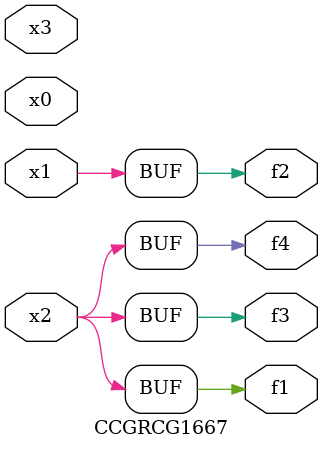
<source format=v>
module CCGRCG1667(
	input x0, x1, x2, x3,
	output f1, f2, f3, f4
);
	assign f1 = x2;
	assign f2 = x1;
	assign f3 = x2;
	assign f4 = x2;
endmodule

</source>
